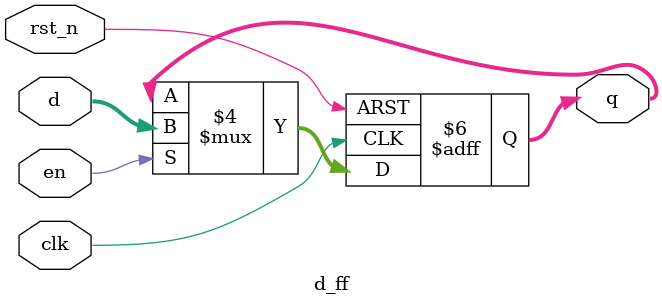
<source format=sv>
`timescale 1ns / 1ps

module d_ff#(parameter n = 8) (
    input logic clk,
    input logic rst_n,
    input logic en,
    input logic [n-1:0]d,
    output logic [n-1:0]q,
    );
    
    always @(posedge clk, negedge rst_n) 
    begin
      if(~rst_n) q<=0;
      else if(en) q<=d;
      else q<= q;
    end
endmodule
</source>
